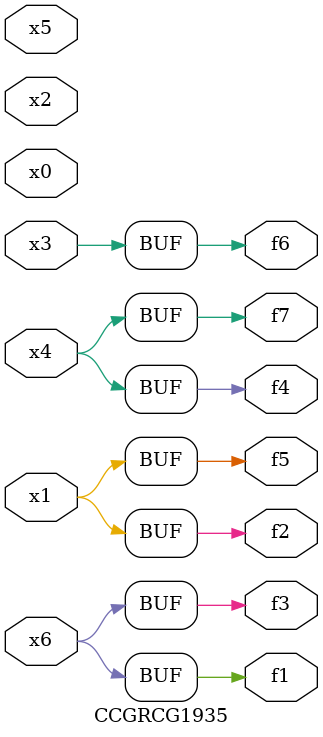
<source format=v>
module CCGRCG1935(
	input x0, x1, x2, x3, x4, x5, x6,
	output f1, f2, f3, f4, f5, f6, f7
);
	assign f1 = x6;
	assign f2 = x1;
	assign f3 = x6;
	assign f4 = x4;
	assign f5 = x1;
	assign f6 = x3;
	assign f7 = x4;
endmodule

</source>
